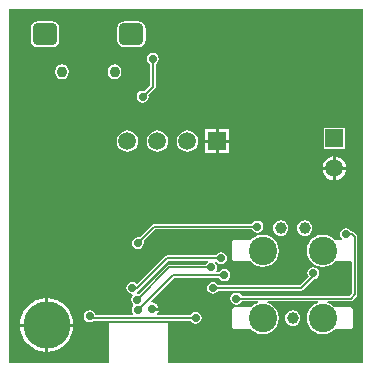
<source format=gbl>
G04*
G04 #@! TF.GenerationSoftware,Altium Limited,Altium Designer,18.0.11 (651)*
G04*
G04 Layer_Physical_Order=2*
G04 Layer_Color=16711680*
%FSLAX25Y25*%
%MOIN*%
G70*
G01*
G75*
%ADD16C,0.00591*%
%ADD45C,0.15748*%
%ADD46R,0.05906X0.05906*%
%ADD47C,0.05906*%
%ADD48C,0.03937*%
%ADD49C,0.09449*%
%ADD50R,0.05906X0.05906*%
G04:AMPARAMS|DCode=51|XSize=74.8mil|YSize=82.68mil|CornerRadius=18.7mil|HoleSize=0mil|Usage=FLASHONLY|Rotation=270.000|XOffset=0mil|YOffset=0mil|HoleType=Round|Shape=RoundedRectangle|*
%AMROUNDEDRECTD51*
21,1,0.07480,0.04528,0,0,270.0*
21,1,0.03740,0.08268,0,0,270.0*
1,1,0.03740,-0.02264,-0.01870*
1,1,0.03740,-0.02264,0.01870*
1,1,0.03740,0.02264,0.01870*
1,1,0.03740,0.02264,-0.01870*
%
%ADD51ROUNDEDRECTD51*%
%ADD52O,0.03347X0.03740*%
%ADD53C,0.02756*%
G36*
X381300Y230500D02*
X316500D01*
Y243957D01*
X316438Y244020D01*
X296753D01*
Y232209D01*
X296793D01*
X296798Y230854D01*
X296445Y230500D01*
X263300D01*
Y348500D01*
X381300D01*
Y230500D01*
D02*
G37*
%LPC*%
G36*
X306406Y344488D02*
X301879D01*
X300919Y344297D01*
X300105Y343753D01*
X299561Y342939D01*
X299370Y341979D01*
Y338239D01*
X299561Y337278D01*
X300105Y336465D01*
X300919Y335921D01*
X301879Y335730D01*
X306406D01*
X307366Y335921D01*
X308180Y336465D01*
X308724Y337278D01*
X308915Y338239D01*
Y341979D01*
X308724Y342939D01*
X308180Y343753D01*
X307366Y344297D01*
X306406Y344488D01*
D02*
G37*
G36*
X277666D02*
X273139D01*
X272179Y344297D01*
X271365Y343753D01*
X270821Y342939D01*
X270630Y341979D01*
Y338239D01*
X270821Y337278D01*
X271365Y336465D01*
X272179Y335921D01*
X273139Y335730D01*
X277666D01*
X278626Y335921D01*
X279440Y336465D01*
X279984Y337278D01*
X280175Y338239D01*
Y341979D01*
X279984Y342939D01*
X279440Y343753D01*
X278626Y344297D01*
X277666Y344488D01*
D02*
G37*
G36*
X298532Y330094D02*
X297649Y329918D01*
X296900Y329418D01*
X296400Y328669D01*
X296224Y327786D01*
Y327392D01*
X296400Y326509D01*
X296900Y325760D01*
X297649Y325260D01*
X298532Y325084D01*
X299415Y325260D01*
X300164Y325760D01*
X300665Y326509D01*
X300840Y327392D01*
Y327786D01*
X300665Y328669D01*
X300164Y329418D01*
X299415Y329918D01*
X298532Y330094D01*
D02*
G37*
G36*
X281013D02*
X280129Y329918D01*
X279380Y329418D01*
X278880Y328669D01*
X278705Y327786D01*
Y327392D01*
X278880Y326509D01*
X279380Y325760D01*
X280129Y325260D01*
X281013Y325084D01*
X281896Y325260D01*
X282645Y325760D01*
X283145Y326509D01*
X283321Y327392D01*
Y327786D01*
X283145Y328669D01*
X282645Y329418D01*
X281896Y329918D01*
X281013Y330094D01*
D02*
G37*
G36*
X311300Y334007D02*
X310532Y333854D01*
X309881Y333419D01*
X309446Y332768D01*
X309293Y332000D01*
X309446Y331232D01*
X309881Y330581D01*
X310397Y330236D01*
Y323074D01*
X308509Y321186D01*
X307900Y321307D01*
X307132Y321154D01*
X306481Y320719D01*
X306046Y320068D01*
X305893Y319300D01*
X306046Y318532D01*
X306481Y317881D01*
X307132Y317446D01*
X307900Y317293D01*
X308668Y317446D01*
X309319Y317881D01*
X309754Y318532D01*
X309907Y319300D01*
X309786Y319909D01*
X311939Y322061D01*
X311939Y322061D01*
X312134Y322354D01*
X312203Y322700D01*
X312203Y322700D01*
Y330236D01*
X312719Y330581D01*
X313154Y331232D01*
X313307Y332000D01*
X313154Y332768D01*
X312719Y333419D01*
X312068Y333854D01*
X311300Y334007D01*
D02*
G37*
G36*
X336753Y308453D02*
X333300D01*
Y305000D01*
X336753D01*
Y308453D01*
D02*
G37*
G36*
X332300D02*
X328847D01*
Y305000D01*
X332300D01*
Y308453D01*
D02*
G37*
G36*
X375343Y309043D02*
X368257D01*
Y301957D01*
X375343D01*
Y309043D01*
D02*
G37*
G36*
X322800Y308074D02*
X321875Y307952D01*
X321013Y307595D01*
X320273Y307027D01*
X319705Y306287D01*
X319348Y305425D01*
X319226Y304500D01*
X319348Y303575D01*
X319705Y302713D01*
X320273Y301973D01*
X321013Y301405D01*
X321875Y301048D01*
X322800Y300926D01*
X323725Y301048D01*
X324587Y301405D01*
X325327Y301973D01*
X325895Y302713D01*
X326252Y303575D01*
X326374Y304500D01*
X326252Y305425D01*
X325895Y306287D01*
X325327Y307027D01*
X324587Y307595D01*
X323725Y307952D01*
X322800Y308074D01*
D02*
G37*
G36*
X312800D02*
X311875Y307952D01*
X311013Y307595D01*
X310273Y307027D01*
X309705Y306287D01*
X309348Y305425D01*
X309226Y304500D01*
X309348Y303575D01*
X309705Y302713D01*
X310273Y301973D01*
X311013Y301405D01*
X311875Y301048D01*
X312800Y300926D01*
X313725Y301048D01*
X314587Y301405D01*
X315327Y301973D01*
X315895Y302713D01*
X316252Y303575D01*
X316374Y304500D01*
X316252Y305425D01*
X315895Y306287D01*
X315327Y307027D01*
X314587Y307595D01*
X313725Y307952D01*
X312800Y308074D01*
D02*
G37*
G36*
X302800D02*
X301875Y307952D01*
X301013Y307595D01*
X300273Y307027D01*
X299705Y306287D01*
X299348Y305425D01*
X299226Y304500D01*
X299348Y303575D01*
X299705Y302713D01*
X300273Y301973D01*
X301013Y301405D01*
X301875Y301048D01*
X302800Y300926D01*
X303725Y301048D01*
X304587Y301405D01*
X305327Y301973D01*
X305895Y302713D01*
X306252Y303575D01*
X306374Y304500D01*
X306252Y305425D01*
X305895Y306287D01*
X305327Y307027D01*
X304587Y307595D01*
X303725Y307952D01*
X302800Y308074D01*
D02*
G37*
G36*
X336753Y304000D02*
X333300D01*
Y300547D01*
X336753D01*
Y304000D01*
D02*
G37*
G36*
X332300D02*
X328847D01*
Y300547D01*
X332300D01*
Y304000D01*
D02*
G37*
G36*
X372300Y299421D02*
Y296000D01*
X375721D01*
X375651Y296532D01*
X375253Y297493D01*
X374619Y298319D01*
X373793Y298953D01*
X372832Y299351D01*
X372300Y299421D01*
D02*
G37*
G36*
X371300D02*
X370768Y299351D01*
X369807Y298953D01*
X368981Y298319D01*
X368347Y297493D01*
X367949Y296532D01*
X367879Y296000D01*
X371300D01*
Y299421D01*
D02*
G37*
G36*
X375721Y295000D02*
X372300D01*
Y291579D01*
X372832Y291649D01*
X373793Y292047D01*
X374619Y292681D01*
X375253Y293507D01*
X375651Y294468D01*
X375721Y295000D01*
D02*
G37*
G36*
X371300D02*
X367879D01*
X367949Y294468D01*
X368347Y293507D01*
X368981Y292681D01*
X369807Y292047D01*
X370768Y291649D01*
X371300Y291579D01*
Y295000D01*
D02*
G37*
G36*
X346100Y278007D02*
X345332Y277854D01*
X344681Y277419D01*
X344336Y276903D01*
X311800D01*
X311454Y276834D01*
X311161Y276639D01*
X311161Y276639D01*
X306909Y272386D01*
X306300Y272507D01*
X305532Y272354D01*
X304881Y271919D01*
X304446Y271268D01*
X304293Y270500D01*
X304446Y269732D01*
X304881Y269081D01*
X305532Y268646D01*
X306300Y268493D01*
X307068Y268646D01*
X307719Y269081D01*
X308154Y269732D01*
X308307Y270500D01*
X308186Y271109D01*
X312174Y275097D01*
X344336D01*
X344681Y274581D01*
X345332Y274146D01*
X346100Y273993D01*
X346868Y274146D01*
X347519Y274581D01*
X347954Y275232D01*
X348107Y276000D01*
X347954Y276768D01*
X347519Y277419D01*
X346868Y277854D01*
X346100Y278007D01*
D02*
G37*
G36*
X361900Y278081D02*
X361232Y277993D01*
X360609Y277735D01*
X360075Y277325D01*
X359665Y276791D01*
X359407Y276168D01*
X359319Y275500D01*
X359407Y274832D01*
X359665Y274209D01*
X360075Y273675D01*
X360609Y273265D01*
X361232Y273007D01*
X361900Y272919D01*
X362568Y273007D01*
X363191Y273265D01*
X363725Y273675D01*
X364135Y274209D01*
X364393Y274832D01*
X364481Y275500D01*
X364393Y276168D01*
X364135Y276791D01*
X363725Y277325D01*
X363191Y277735D01*
X362568Y277993D01*
X361900Y278081D01*
D02*
G37*
G36*
X353900D02*
X353232Y277993D01*
X352609Y277735D01*
X352075Y277325D01*
X351665Y276791D01*
X351407Y276168D01*
X351319Y275500D01*
X351407Y274832D01*
X351665Y274209D01*
X352075Y273675D01*
X352609Y273265D01*
X353232Y273007D01*
X353900Y272919D01*
X354568Y273007D01*
X355191Y273265D01*
X355725Y273675D01*
X356135Y274209D01*
X356393Y274832D01*
X356481Y275500D01*
X356393Y276168D01*
X356135Y276791D01*
X355725Y277325D01*
X355191Y277735D01*
X354568Y277993D01*
X353900Y278081D01*
D02*
G37*
G36*
X375700Y275507D02*
X374932Y275354D01*
X374281Y274919D01*
X373846Y274268D01*
X373693Y273500D01*
X373846Y272732D01*
X374260Y272112D01*
X374224Y271947D01*
X374083Y271612D01*
X371828D01*
X371691Y271791D01*
X370580Y272643D01*
X369287Y273178D01*
X367900Y273361D01*
X366512Y273178D01*
X365220Y272643D01*
X364109Y271791D01*
X363257Y270680D01*
X362722Y269388D01*
X362539Y268000D01*
X362722Y266613D01*
X363257Y265320D01*
X364109Y264209D01*
X365220Y263357D01*
X366512Y262822D01*
X367900Y262639D01*
X369287Y262822D01*
X370580Y263357D01*
X371691Y264209D01*
X371858Y264428D01*
X377329D01*
X377697Y264182D01*
Y253774D01*
X376826Y252903D01*
X340864D01*
X340519Y253419D01*
X339868Y253854D01*
X339100Y254007D01*
X338332Y253854D01*
X337681Y253419D01*
X337246Y252768D01*
X337093Y252000D01*
X337246Y251232D01*
X337681Y250581D01*
X338332Y250146D01*
X339100Y249993D01*
X339868Y250146D01*
X340519Y250581D01*
X340864Y251097D01*
X346217D01*
X346316Y250597D01*
X345220Y250143D01*
X344109Y249291D01*
X344017Y249171D01*
X338353D01*
X337901Y248984D01*
X337714Y248532D01*
Y242626D01*
X337901Y242174D01*
X338353Y241987D01*
X343896D01*
X344109Y241709D01*
X345220Y240857D01*
X346513Y240322D01*
X347900Y240139D01*
X349288Y240322D01*
X350580Y240857D01*
X351691Y241709D01*
X352543Y242820D01*
X353078Y244112D01*
X353261Y245500D01*
X353078Y246887D01*
X352543Y248180D01*
X351691Y249291D01*
X350580Y250143D01*
X349484Y250597D01*
X349583Y251097D01*
X366217D01*
X366316Y250597D01*
X365220Y250143D01*
X364109Y249291D01*
X363257Y248180D01*
X362722Y246887D01*
X362539Y245500D01*
X362722Y244112D01*
X363257Y242820D01*
X364109Y241709D01*
X365220Y240857D01*
X366512Y240322D01*
X367900Y240139D01*
X369287Y240322D01*
X370580Y240857D01*
X371691Y241709D01*
X371904Y241987D01*
X377329D01*
X377781Y242174D01*
X377968Y242626D01*
Y248532D01*
X377781Y248984D01*
X377329Y249171D01*
X371783D01*
X371691Y249291D01*
X370580Y250143D01*
X369484Y250597D01*
X369583Y251097D01*
X377200D01*
X377546Y251166D01*
X377839Y251361D01*
X379239Y252761D01*
X379434Y253054D01*
X379503Y253400D01*
Y272500D01*
X379434Y272846D01*
X379239Y273139D01*
X378239Y274139D01*
X377946Y274334D01*
X377600Y274403D01*
X377464D01*
X377119Y274919D01*
X376468Y275354D01*
X375700Y275507D01*
D02*
G37*
G36*
X334000Y267507D02*
X333232Y267354D01*
X332581Y266919D01*
X332236Y266403D01*
X316000D01*
X316000Y266403D01*
X315654Y266334D01*
X315361Y266139D01*
X315361Y266139D01*
X306213Y256990D01*
X305919Y257019D01*
X305268Y257454D01*
X304500Y257607D01*
X303732Y257454D01*
X303081Y257019D01*
X302646Y256368D01*
X302493Y255600D01*
X302646Y254832D01*
X303081Y254181D01*
X303732Y253746D01*
X304492Y253594D01*
X304510Y253567D01*
X304680Y253120D01*
X304681Y253119D01*
X304246Y252468D01*
X304093Y251700D01*
X304246Y250932D01*
X304681Y250281D01*
X304789Y250208D01*
X304801Y249599D01*
X304446Y249068D01*
X304293Y248300D01*
X304446Y247532D01*
X304799Y247003D01*
X304614Y246503D01*
X292127D01*
X292054Y246868D01*
X291619Y247519D01*
X290968Y247954D01*
X290200Y248107D01*
X289432Y247954D01*
X288781Y247519D01*
X288346Y246868D01*
X288193Y246100D01*
X288346Y245332D01*
X288781Y244681D01*
X289432Y244246D01*
X290200Y244093D01*
X290968Y244246D01*
X291619Y244681D01*
X291630Y244697D01*
X323836D01*
X324181Y244181D01*
X324832Y243746D01*
X325600Y243593D01*
X326368Y243746D01*
X327019Y244181D01*
X327454Y244832D01*
X327607Y245600D01*
X327454Y246368D01*
X327019Y247019D01*
X326368Y247454D01*
X325600Y247607D01*
X324832Y247454D01*
X324181Y247019D01*
X323836Y246503D01*
X313094D01*
X312827Y247003D01*
X313140Y247472D01*
X313225Y247900D01*
X310900D01*
Y248900D01*
X313225D01*
X313140Y249328D01*
X312614Y250114D01*
X311828Y250640D01*
X310900Y250824D01*
X310786Y250802D01*
X310540Y251263D01*
X318274Y258997D01*
X333336D01*
X333681Y258481D01*
X334332Y258046D01*
X335100Y257893D01*
X335868Y258046D01*
X336519Y258481D01*
X336954Y259132D01*
X337107Y259900D01*
X336954Y260668D01*
X336519Y261319D01*
X335868Y261754D01*
X335100Y261907D01*
X334332Y261754D01*
X333681Y261319D01*
X333336Y260803D01*
X332619D01*
X332352Y261303D01*
X332564Y261622D01*
X332717Y262390D01*
X332564Y263158D01*
X332129Y263809D01*
X331941Y263935D01*
X332079Y264444D01*
X332328Y264459D01*
X332581Y264081D01*
X333232Y263646D01*
X334000Y263493D01*
X334768Y263646D01*
X335419Y264081D01*
X335854Y264732D01*
X336007Y265500D01*
X335854Y266268D01*
X335419Y266919D01*
X334768Y267354D01*
X334000Y267507D01*
D02*
G37*
G36*
X347900Y273361D02*
X346513Y273178D01*
X345220Y272643D01*
X344109Y271791D01*
X343972Y271612D01*
X338353D01*
X337901Y271424D01*
X337714Y270972D01*
Y265067D01*
X337901Y264615D01*
X338353Y264428D01*
X343942D01*
X344109Y264209D01*
X345220Y263357D01*
X346513Y262822D01*
X347900Y262639D01*
X349288Y262822D01*
X350580Y263357D01*
X351691Y264209D01*
X352543Y265320D01*
X353078Y266613D01*
X353261Y268000D01*
X353078Y269388D01*
X352543Y270680D01*
X351691Y271791D01*
X350580Y272643D01*
X349288Y273178D01*
X347900Y273361D01*
D02*
G37*
G36*
X364800Y262507D02*
X364032Y262354D01*
X363381Y261919D01*
X362946Y261268D01*
X362793Y260500D01*
X362946Y259732D01*
X363190Y259367D01*
X360326Y256503D01*
X333064D01*
X332719Y257019D01*
X332068Y257454D01*
X331300Y257607D01*
X330532Y257454D01*
X329881Y257019D01*
X329446Y256368D01*
X329293Y255600D01*
X329446Y254832D01*
X329881Y254181D01*
X330532Y253746D01*
X331300Y253593D01*
X332068Y253746D01*
X332719Y254181D01*
X333064Y254697D01*
X360700D01*
X361046Y254766D01*
X361339Y254961D01*
X364888Y258510D01*
X365568Y258646D01*
X366219Y259081D01*
X366654Y259732D01*
X366807Y260500D01*
X366654Y261268D01*
X366219Y261919D01*
X365568Y262354D01*
X364800Y262507D01*
D02*
G37*
G36*
X276400Y252068D02*
Y243700D01*
X284768D01*
X284646Y244940D01*
X284138Y246612D01*
X283314Y248154D01*
X282205Y249505D01*
X280854Y250614D01*
X279312Y251438D01*
X277640Y251946D01*
X276400Y252068D01*
D02*
G37*
G36*
X275400D02*
X274160Y251946D01*
X272488Y251438D01*
X270946Y250614D01*
X269595Y249505D01*
X268486Y248154D01*
X267662Y246612D01*
X267154Y244940D01*
X267032Y243700D01*
X275400D01*
Y252068D01*
D02*
G37*
G36*
X357900Y248081D02*
X357232Y247993D01*
X356609Y247735D01*
X356075Y247325D01*
X355665Y246791D01*
X355407Y246168D01*
X355319Y245500D01*
X355407Y244832D01*
X355665Y244209D01*
X356075Y243675D01*
X356609Y243265D01*
X357232Y243007D01*
X357900Y242919D01*
X358568Y243007D01*
X359191Y243265D01*
X359725Y243675D01*
X360135Y244209D01*
X360393Y244832D01*
X360481Y245500D01*
X360393Y246168D01*
X360135Y246791D01*
X359725Y247325D01*
X359191Y247735D01*
X358568Y247993D01*
X357900Y248081D01*
D02*
G37*
G36*
X284768Y242700D02*
X276400D01*
Y234332D01*
X277640Y234454D01*
X279312Y234962D01*
X280854Y235786D01*
X282205Y236895D01*
X283314Y238246D01*
X284138Y239788D01*
X284646Y241460D01*
X284768Y242700D01*
D02*
G37*
G36*
X275400D02*
X267032D01*
X267154Y241460D01*
X267662Y239788D01*
X268486Y238246D01*
X269595Y236895D01*
X270946Y235786D01*
X272488Y234962D01*
X274160Y234454D01*
X275400Y234332D01*
Y242700D01*
D02*
G37*
%LPD*%
G36*
X329722Y264097D02*
X329291Y263809D01*
X328946Y263293D01*
X316790D01*
X316444Y263224D01*
X316151Y263028D01*
X306709Y253586D01*
X306108Y253706D01*
X306090Y253733D01*
X305920Y254180D01*
X305919Y254181D01*
X306227Y254642D01*
X306346Y254666D01*
X306639Y254861D01*
X316374Y264597D01*
X329570D01*
X329722Y264097D01*
D02*
G37*
D16*
X290700Y245600D02*
X325600D01*
X290200Y246100D02*
X290700Y245600D01*
X311300Y322700D02*
Y332000D01*
X307900Y319300D02*
X311300Y322700D01*
X311800Y276000D02*
X346100D01*
X306300Y270500D02*
X311800Y276000D01*
X304500Y255600D02*
X305900D01*
X306000Y255500D01*
X316000Y265500D02*
X334000D01*
X306000Y255500D02*
X316000Y265500D01*
X316790Y262390D02*
X330710D01*
X306100Y251700D02*
X316790Y262390D01*
X317900Y259900D02*
X335100D01*
X306300Y248300D02*
X317900Y259900D01*
X375700Y273500D02*
X377600D01*
X378600Y272500D01*
Y253400D02*
Y272500D01*
X377200Y252000D02*
X378600Y253400D01*
X339100Y252000D02*
X377200D01*
X331300Y255600D02*
X360700D01*
X364800Y259700D01*
Y260500D01*
D45*
X275900Y243200D02*
D03*
D46*
X332800Y304500D02*
D03*
D47*
X322800D02*
D03*
X312800D02*
D03*
X302800D02*
D03*
X371800Y295500D02*
D03*
D48*
X357900Y245500D02*
D03*
X361900Y275500D02*
D03*
X353900D02*
D03*
D49*
X347900Y245500D02*
D03*
Y268000D02*
D03*
X367900Y245500D02*
D03*
Y268000D02*
D03*
D50*
X371800Y305500D02*
D03*
D51*
X275402Y340109D02*
D03*
X304142D02*
D03*
D52*
X298532Y327589D02*
D03*
X281013D02*
D03*
D53*
X310900Y248400D02*
D03*
X311300Y332000D02*
D03*
X307900Y319300D02*
D03*
X346100Y276000D02*
D03*
X306300Y270500D02*
D03*
X304500Y255600D02*
D03*
X334000Y265500D02*
D03*
X306100Y251700D02*
D03*
X306300Y248300D02*
D03*
X330710Y262390D02*
D03*
X335100Y259900D02*
D03*
X375700Y273500D02*
D03*
X339100Y252000D02*
D03*
X331300Y255600D02*
D03*
X364800Y260500D02*
D03*
X290200Y246100D02*
D03*
X325600Y245600D02*
D03*
M02*

</source>
